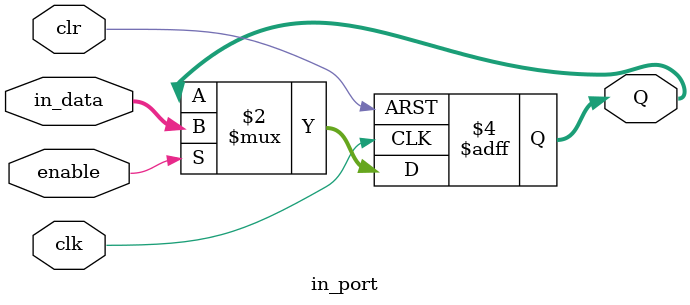
<source format=v>
module in_port(
    input  wire        clr,       // Asynchronous reset
    input  wire        clk,       // Clock
    input  wire        enable,    // Load enable or strobe from input device
    input  wire [31:0] in_data,   // Data from external input device
    output reg [31:0] Q           // Data to internal bus
);

    always @(posedge clk or posedge clr) begin
        if (clr) begin
            Q <= 32'b0;
        end
        else if (enable) begin
            Q <= in_data;
        end
    end

endmodule

</source>
